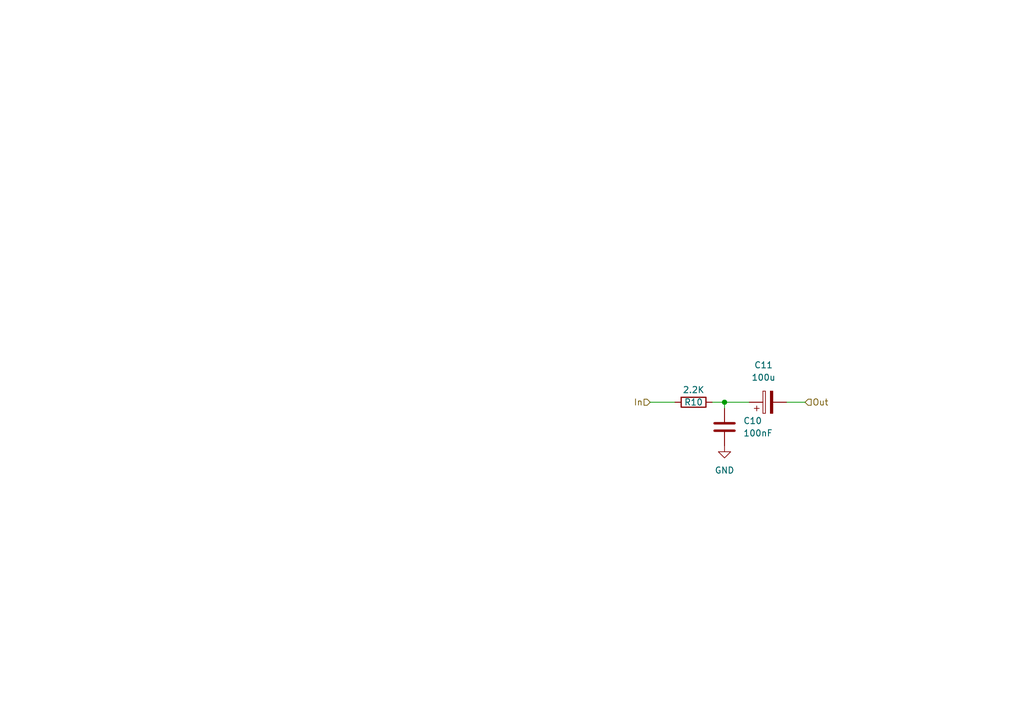
<source format=kicad_sch>
(kicad_sch (version 20231120) (generator "eeschema") (generator_version "8.0")
  (paper "A5")
  (lib_symbols
    (symbol "Device:C" (pin_numbers hide) (pin_names (offset 0.254))
      (property "Reference" "C" (at 0.635 2.54 0))
      (property "Value" "C" (at 0.635 -2.54 0))
      (symbol "C_0_1"
        (polyline (pts (xy -2.032 -0.762) (xy 2.032 -0.762)) (stroke (width 0.508)))
        (polyline (pts (xy -2.032 0.762) (xy 2.032 0.762)) (stroke (width 0.508)))
      )
      (symbol "C_1_1"
        (pin passive line (at 0 3.81 270) (length 2.794) (name "~") (number "1"))
        (pin passive line (at 0 -3.81 90) (length 2.794) (name "~") (number "2"))
      )
    )
    (symbol "Device:C_Polarized" (pin_numbers hide) (pin_names (offset 0.254))
      (property "Reference" "C" (at 0.635 2.54 0))
      (property "Value" "C_Polarized" (at 0.635 -2.54 0))
      (symbol "C_Polarized_0_1"
        (rectangle (start -2.286 0.508) (end 2.286 1.016))
        (polyline (pts (xy -1.778 2.286) (xy -0.762 2.286)))
        (polyline (pts (xy -1.27 2.794) (xy -1.27 1.778)))
        (rectangle (start 2.286 -0.508) (end -2.286 -1.016) (fill (type outline)))
      )
      (symbol "C_Polarized_1_1"
        (pin passive line (at 0 3.81 270) (length 2.794) (name "~") (number "1"))
        (pin passive line (at 0 -3.81 90) (length 2.794) (name "~") (number "2"))
      )
    )
    (symbol "Device:R" (pin_numbers hide) (pin_names (offset 0))
      (property "Reference" "R" (at 2.032 0 90))
      (property "Value" "R" (at 0 0 90))
      (symbol "R_0_1"
        (rectangle (start -1.016 -2.54) (end 1.016 2.54) (stroke (width 0.254)))
      )
      (symbol "R_1_1"
        (pin passive line (at 0 3.81 270) (length 1.27) (name "~") (number "1"))
        (pin passive line (at 0 -3.81 90) (length 1.27) (name "~") (number "2"))
      )
    )
    (symbol "power:GND" (power) (pin_names (offset 0))
      (property "Value" "GND" (at 0 -3.81 0))
      (symbol "GND_0_1"
        (polyline (pts (xy 0 0) (xy 0 -1.27) (xy 1.27 -1.27) (xy 0 -2.54) (xy -1.27 -1.27) (xy 0 -1.27)))
      )
      (symbol "GND_1_1"
        (pin power_in line (at 0 0 270) (length 0) hide (name "GND") (number "1"))
      )
    )
  )
  (junction (at 148.59 82.55))
  (wire (pts (xy 146.05 82.55) (xy 148.59 82.55)))
  (wire (pts (xy 148.59 82.55) (xy 148.59 83.82)))
  (wire (pts (xy 148.59 82.55) (xy 153.67 82.55)))
  (wire (pts (xy 133.35 82.55) (xy 138.43 82.55)))
  (wire (pts (xy 161.29 82.55) (xy 165.1 82.55)))
  (hierarchical_label "In" (shape input) (at 133.35 82.55 180))
  (hierarchical_label "Out" (shape input) (at 165.1 82.55 0))
  (symbol (lib_id "power:GND") (at 148.59 91.44 0) (unit 1)
    (property "Reference" "#PWR035" (effects (hide yes)))
    (property "Value" "GND" (at 148.59 96.52 0))
    (instances (project "IFT-C3" (path "" (reference "#PWR043") (unit 1)) (path "" (reference "#PWR035") (unit 1))))
  )
  (symbol (lib_id "Device:C_Polarized") (at 157.48 82.55 90) (unit 1)
    (property "Reference" "C9" (at 156.591 74.93 90))
    (property "Value" "100u" (at 156.591 77.47 90))
    (property "Footprint" "Resistor_SMD:R_1206_3216Metric_Pad1.30x1.75mm_HandSolder" (effects (hide yes)))
    (instances (project "IFT-C3" (path "" (reference "C11") (unit 1)) (path "" (reference "C9") (unit 1))))
  )
  (symbol (lib_id "Device:R") (at 142.24 82.55 270) (unit 1)
    (property "Reference" "R9" (at 142.24 82.55 90))
    (property "Value" "2.2K" (at 142.24 80.01 90))
    (property "Footprint" "Resistor_SMD:R_0805_2012Metric_Pad1.20x1.40mm_HandSolder" (effects (hide yes)))
    (instances (project "IFT-C3" (path "" (reference "R10") (unit 1)) (path "" (reference "R9") (unit 1))))
  )
  (symbol (lib_id "Device:C") (at 148.59 87.63 0) (unit 1)
    (property "Reference" "C8" (at 152.4 86.36 0) (effects (justify left)))
    (property "Value" "100nF" (at 152.4 88.9 0) (effects (justify left)))
    (property "Footprint" "Capacitor_SMD:C_0805_2012Metric_Pad1.18x1.45mm_HandSolder" (effects (hide yes)))
    (instances (project "IFT-C3" (path "" (reference "C10") (unit 1)) (path "" (reference "C8") (unit 1))))
  )
)
</source>
